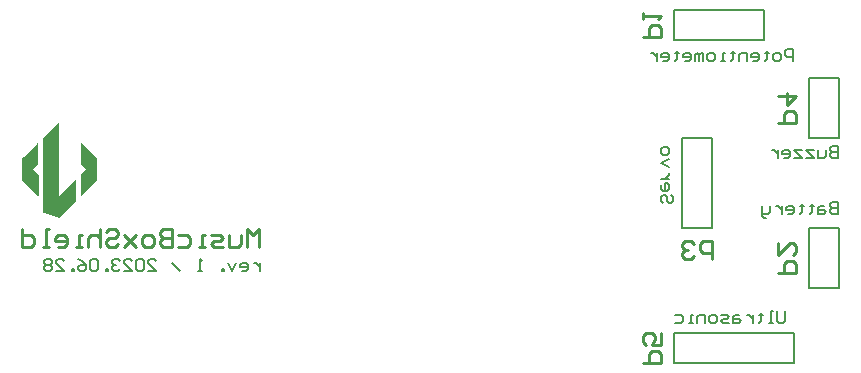
<source format=gbr>
%TF.GenerationSoftware,Altium Limited,Altium Designer,23.6.0 (18)*%
G04 Layer_Color=32896*
%FSLAX45Y45*%
%MOMM*%
%TF.SameCoordinates,BE964043-2EFE-40DF-B488-D83AE96C0F84*%
%TF.FilePolarity,Positive*%
%TF.FileFunction,Legend,Bot*%
%TF.Part,Single*%
G01*
G75*
%TA.AperFunction,NonConductor*%
%ADD24C,0.25400*%
%ADD25C,0.20000*%
%ADD27C,0.15240*%
G36*
X2282421Y2427450D02*
X2284409D01*
Y2425461D01*
X2286398D01*
Y2423473D01*
X2288386D01*
Y2421484D01*
X2290375D01*
Y2419496D01*
X2292363D01*
Y2417507D01*
X2294352D01*
Y2415519D01*
X2296340D01*
Y2413530D01*
X2298329D01*
Y2411542D01*
X2300317D01*
Y2409553D01*
X2302306D01*
Y2407565D01*
X2304294D01*
Y2405576D01*
X2306283D01*
Y2403588D01*
X2308271D01*
Y2401599D01*
X2310260D01*
Y2399611D01*
X2312248D01*
Y2397622D01*
X2314237D01*
Y2395634D01*
X2316225D01*
Y2393645D01*
X2318214D01*
Y2391657D01*
X2320203D01*
Y2389668D01*
X2322191D01*
Y2387680D01*
X2324180D01*
Y2385691D01*
X2326168D01*
Y2383703D01*
X2328157D01*
Y2381714D01*
X2330145D01*
Y2379725D01*
X2332134D01*
Y2377737D01*
X2334122D01*
Y2375748D01*
X2336111D01*
Y2373760D01*
X2338099D01*
Y2371771D01*
X2340088D01*
Y2369783D01*
X2342076D01*
Y2367794D01*
X2344065D01*
Y2365806D01*
X2346053D01*
Y2363817D01*
X2348042D01*
Y2361829D01*
X2350030D01*
Y2359840D01*
X2352019D01*
Y2357852D01*
X2354007D01*
Y2355863D01*
X2355996D01*
Y2353875D01*
X2357984D01*
Y2351886D01*
X2359973D01*
Y2349898D01*
X2361961D01*
Y2347909D01*
X2363950D01*
Y2345921D01*
X2365938D01*
Y2343932D01*
X2367927D01*
Y2341944D01*
X2369916D01*
Y2339955D01*
X2371904D01*
Y2337967D01*
X2373892D01*
Y2335978D01*
X2375881D01*
Y2333989D01*
X2377870D01*
Y2332001D01*
X2379858D01*
Y2330013D01*
X2381847D01*
Y2328024D01*
X2383835D01*
Y2326035D01*
X2385824D01*
Y2324047D01*
X2387812D01*
Y2322058D01*
X2389801D01*
Y2320070D01*
X2391789D01*
Y2318081D01*
X2393778D01*
Y2316093D01*
X2395766D01*
Y2314104D01*
X2397755D01*
Y2312116D01*
X2399743D01*
Y2310127D01*
X2401732D01*
Y2308139D01*
X2403720D01*
Y2306150D01*
X2405709D01*
Y2304162D01*
X2407697D01*
Y2302173D01*
X2411674D01*
Y2298196D01*
X2413663D01*
Y2111276D01*
X2411674D01*
Y2109287D01*
X2409686D01*
Y2107299D01*
X2407697D01*
Y2105310D01*
X2405709D01*
Y2103321D01*
X2403720D01*
Y2101333D01*
X2401732D01*
Y2099345D01*
X2399743D01*
Y2097356D01*
X2397755D01*
Y2095367D01*
X2395766D01*
Y2093379D01*
X2393778D01*
Y2091390D01*
X2391789D01*
Y2089402D01*
X2389801D01*
Y2087413D01*
X2387812D01*
Y2085425D01*
X2385824D01*
Y2083436D01*
X2383835D01*
Y2081448D01*
X2381847D01*
Y2079459D01*
X2379858D01*
Y2077471D01*
X2377870D01*
Y2075482D01*
X2375881D01*
Y2073494D01*
X2373892D01*
Y2071505D01*
X2371904D01*
Y2069517D01*
X2369916D01*
Y2067528D01*
X2367927D01*
Y2065540D01*
X2365938D01*
Y2063551D01*
X2363950D01*
Y2061563D01*
X2361961D01*
Y2059574D01*
X2359973D01*
Y2057586D01*
X2357984D01*
Y2055597D01*
X2355996D01*
Y2053609D01*
X2354007D01*
Y2051620D01*
X2352019D01*
Y2049631D01*
X2350030D01*
Y2047643D01*
X2348042D01*
Y2045655D01*
X2346053D01*
Y2043666D01*
X2344065D01*
Y2041677D01*
X2342076D01*
Y2039689D01*
X2340088D01*
Y2037701D01*
X2338099D01*
Y2035712D01*
X2336111D01*
Y2033723D01*
X2334122D01*
Y2031735D01*
X2332134D01*
Y2029746D01*
X2330145D01*
Y2027758D01*
X2328157D01*
Y2025769D01*
X2326168D01*
Y2023781D01*
X2324180D01*
Y2021792D01*
X2322191D01*
Y2019804D01*
X2320203D01*
Y2017815D01*
X2318214D01*
Y2015827D01*
X2316225D01*
Y2013838D01*
X2314237D01*
Y2011850D01*
X2312248D01*
Y2009861D01*
X2310260D01*
Y2007873D01*
X2308271D01*
Y2005884D01*
X2306283D01*
Y2003896D01*
X2304294D01*
Y2001907D01*
X2302306D01*
Y1999919D01*
X2300317D01*
Y1997930D01*
X2298329D01*
Y1995942D01*
X2296340D01*
Y1993953D01*
X2294352D01*
Y1991965D01*
X2292363D01*
Y1989976D01*
X2290375D01*
Y1987987D01*
X2288386D01*
Y1985999D01*
X2286398D01*
Y1984011D01*
X2284409D01*
Y1982022D01*
X2282421D01*
Y1980033D01*
X2276455D01*
Y2143092D01*
Y2145080D01*
Y2162977D01*
X2278444D01*
Y2164965D01*
X2280432D01*
Y2166954D01*
X2282421D01*
Y2168943D01*
X2284409D01*
Y2170931D01*
X2286398D01*
Y2172920D01*
X2288386D01*
Y2174908D01*
X2290375D01*
Y2176897D01*
X2292363D01*
Y2178885D01*
X2294352D01*
Y2180874D01*
X2296340D01*
Y2182862D01*
X2298329D01*
Y2184851D01*
X2300317D01*
Y2186839D01*
X2302306D01*
Y2188828D01*
X2304294D01*
Y2190816D01*
X2306283D01*
Y2192805D01*
X2308271D01*
Y2194793D01*
X2310260D01*
Y2196782D01*
X2312248D01*
Y2198770D01*
X2314237D01*
Y2200759D01*
X2316225D01*
Y2202747D01*
X2318214D01*
Y2204736D01*
X2320203D01*
Y2208713D01*
X2318214D01*
Y2210701D01*
X2316225D01*
Y2212690D01*
X2314237D01*
Y2214679D01*
X2312248D01*
Y2216667D01*
X2310260D01*
Y2218655D01*
X2308271D01*
Y2220644D01*
X2306283D01*
Y2222633D01*
X2304294D01*
Y2224621D01*
X2302306D01*
Y2226610D01*
X2300317D01*
Y2228598D01*
X2298329D01*
Y2230587D01*
X2296340D01*
Y2232575D01*
X2294352D01*
Y2234564D01*
X2292363D01*
Y2236552D01*
X2290375D01*
Y2238541D01*
X2288386D01*
Y2240529D01*
X2286398D01*
Y2242518D01*
X2284409D01*
Y2244506D01*
X2282421D01*
Y2246495D01*
X2280432D01*
Y2248483D01*
X2278444D01*
Y2431427D01*
X2282421D01*
Y2427450D01*
D02*
G37*
G36*
X1916533Y2248483D02*
X1914545D01*
Y2246495D01*
X1912556D01*
Y2244506D01*
X1910568D01*
Y2242518D01*
X1908579D01*
Y2240529D01*
X1906591D01*
Y2238541D01*
X1904602D01*
Y2236552D01*
X1902614D01*
Y2234564D01*
X1900625D01*
Y2232575D01*
X1898637D01*
Y2230587D01*
X1896648D01*
Y2228598D01*
X1894660D01*
Y2226610D01*
X1892671D01*
Y2224621D01*
X1890683D01*
Y2222633D01*
X1888694D01*
Y2220644D01*
X1886706D01*
Y2218655D01*
X1884717D01*
Y2216667D01*
X1882729D01*
Y2214679D01*
X1880740D01*
Y2212690D01*
X1878752D01*
Y2210701D01*
X1876763D01*
Y2208713D01*
X1874775D01*
Y2202747D01*
X1876763D01*
Y2200759D01*
X1878752D01*
Y2198770D01*
X1880740D01*
Y2196782D01*
X1882729D01*
Y2194793D01*
X1884717D01*
Y2192805D01*
X1886706D01*
Y2190816D01*
X1888694D01*
Y2188828D01*
X1890683D01*
Y2186839D01*
X1892671D01*
Y2184851D01*
X1894660D01*
Y2182862D01*
X1896648D01*
Y2180874D01*
X1898637D01*
Y2178885D01*
X1900625D01*
Y2176897D01*
X1902614D01*
Y2174908D01*
X1904602D01*
Y2172920D01*
X1906591D01*
Y2170931D01*
X1908579D01*
Y2168943D01*
X1910568D01*
Y2166954D01*
X1912556D01*
Y2164965D01*
X1916533D01*
Y2160989D01*
X1918522D01*
Y1980033D01*
X1912556D01*
Y1982022D01*
X1910568D01*
Y1984011D01*
X1908579D01*
Y1985999D01*
X1906591D01*
Y1987987D01*
X1904602D01*
Y1989976D01*
X1902614D01*
Y1991965D01*
X1900625D01*
Y1993953D01*
X1898637D01*
Y1995942D01*
X1896648D01*
Y1997930D01*
X1894660D01*
Y1999919D01*
X1892671D01*
Y2001907D01*
X1890683D01*
Y2003896D01*
X1888694D01*
Y2005884D01*
X1886706D01*
Y2007873D01*
X1884717D01*
Y2009861D01*
X1882729D01*
Y2011850D01*
X1880740D01*
Y2013838D01*
X1878752D01*
Y2015827D01*
X1876763D01*
Y2017815D01*
X1874775D01*
Y2019804D01*
X1872786D01*
Y2021792D01*
X1870797D01*
Y2023781D01*
X1868809D01*
Y2025769D01*
X1866820D01*
Y2027758D01*
X1864832D01*
Y2029746D01*
X1862843D01*
Y2031735D01*
X1860855D01*
Y2033723D01*
X1858866D01*
Y2035712D01*
X1856878D01*
Y2037701D01*
X1854889D01*
Y2039689D01*
X1852901D01*
Y2041677D01*
X1850912D01*
Y2043666D01*
X1848924D01*
Y2045655D01*
X1846935D01*
Y2047643D01*
X1844947D01*
Y2049631D01*
X1842958D01*
Y2051620D01*
X1840970D01*
Y2053609D01*
X1838981D01*
Y2055597D01*
X1836993D01*
Y2057586D01*
X1835004D01*
Y2059574D01*
X1833016D01*
Y2061563D01*
X1831027D01*
Y2063551D01*
X1829039D01*
Y2065540D01*
X1827050D01*
Y2067528D01*
X1825062D01*
Y2069517D01*
X1823073D01*
Y2071505D01*
X1821084D01*
Y2073494D01*
X1819096D01*
Y2075482D01*
X1817108D01*
Y2077471D01*
X1815119D01*
Y2079459D01*
X1813130D01*
Y2081448D01*
X1811142D01*
Y2083436D01*
X1809153D01*
Y2085425D01*
X1807165D01*
Y2087413D01*
X1805176D01*
Y2089402D01*
X1803188D01*
Y2091390D01*
X1801199D01*
Y2093379D01*
X1799211D01*
Y2095367D01*
X1797222D01*
Y2097356D01*
X1795234D01*
Y2099345D01*
X1793245D01*
Y2101333D01*
X1791257D01*
Y2103321D01*
X1789268D01*
Y2105310D01*
X1787280D01*
Y2107299D01*
X1785291D01*
Y2109287D01*
X1783303D01*
Y2111276D01*
X1781314D01*
Y2300185D01*
X1783303D01*
Y2302173D01*
X1785291D01*
Y2304162D01*
X1789268D01*
Y2308139D01*
X1791257D01*
Y2310127D01*
X1793245D01*
Y2312116D01*
X1797222D01*
Y2314104D01*
X1799211D01*
Y2316093D01*
X1801199D01*
Y2318081D01*
X1803188D01*
Y2320070D01*
X1805176D01*
Y2322058D01*
X1807165D01*
Y2324047D01*
X1809153D01*
Y2326035D01*
X1811142D01*
Y2328024D01*
X1813130D01*
Y2330013D01*
X1815119D01*
Y2332001D01*
X1817108D01*
Y2333989D01*
X1819096D01*
Y2335978D01*
X1821084D01*
Y2337967D01*
X1823073D01*
Y2339955D01*
X1825062D01*
Y2341944D01*
X1827050D01*
Y2343932D01*
X1829039D01*
Y2345921D01*
X1831027D01*
Y2347909D01*
X1833016D01*
Y2349898D01*
X1835004D01*
Y2351886D01*
X1836993D01*
Y2353875D01*
X1838981D01*
Y2355863D01*
X1840970D01*
Y2357852D01*
X1842958D01*
Y2359840D01*
X1844947D01*
Y2361829D01*
X1846935D01*
Y2363817D01*
X1848924D01*
Y2365806D01*
X1850912D01*
Y2367794D01*
X1852901D01*
Y2369783D01*
X1854889D01*
Y2371771D01*
X1856878D01*
Y2373760D01*
X1858866D01*
Y2375748D01*
X1860855D01*
Y2377737D01*
X1862843D01*
Y2379725D01*
X1864832D01*
Y2381714D01*
X1866820D01*
Y2383703D01*
X1868809D01*
Y2385691D01*
X1870797D01*
Y2387680D01*
X1872786D01*
Y2389668D01*
X1874775D01*
Y2391657D01*
X1876763D01*
Y2393645D01*
X1878752D01*
Y2395634D01*
X1880740D01*
Y2397622D01*
X1882729D01*
Y2399611D01*
X1884717D01*
Y2401599D01*
X1886706D01*
Y2403588D01*
X1888694D01*
Y2405576D01*
X1890683D01*
Y2407565D01*
X1892671D01*
Y2409553D01*
X1894660D01*
Y2411542D01*
X1896648D01*
Y2413530D01*
X1898637D01*
Y2415519D01*
X1900625D01*
Y2417507D01*
X1902614D01*
Y2419496D01*
X1904602D01*
Y2421484D01*
X1906591D01*
Y2425461D01*
X1908579D01*
Y2427450D01*
X1910568D01*
Y2429438D01*
X1912556D01*
Y2431427D01*
X1916533D01*
Y2248483D01*
D02*
G37*
G36*
X2095500Y2159000D02*
Y2157011D01*
Y1982022D01*
X2097489D01*
Y1984011D01*
X2099477D01*
Y1985999D01*
X2101465D01*
Y1987987D01*
X2103454D01*
Y1989976D01*
X2105443D01*
Y1991965D01*
X2107431D01*
Y1993953D01*
X2109420D01*
Y1995942D01*
X2111408D01*
Y1997930D01*
X2113397D01*
Y1999919D01*
X2115385D01*
Y2001907D01*
X2117374D01*
Y2003896D01*
X2119362D01*
Y2005884D01*
X2121351D01*
Y2007873D01*
X2123339D01*
Y2009861D01*
X2125328D01*
Y2011850D01*
X2127316D01*
Y2013838D01*
X2129305D01*
Y2015827D01*
X2131293D01*
Y2017815D01*
X2133282D01*
Y2019804D01*
X2135270D01*
Y2021792D01*
X2137259D01*
Y2023781D01*
X2139247D01*
Y2025769D01*
X2141236D01*
Y2027758D01*
X2143224D01*
Y2029746D01*
X2145213D01*
Y2031735D01*
X2147201D01*
Y2033723D01*
X2149190D01*
Y2035712D01*
X2151179D01*
Y2037701D01*
X2155155D01*
Y2039689D01*
X2157144D01*
Y2041677D01*
X2159133D01*
Y2043666D01*
X2161121D01*
Y2045655D01*
X2163110D01*
Y2047643D01*
X2165098D01*
Y2049631D01*
X2167087D01*
Y2051620D01*
X2169075D01*
Y2053609D01*
X2171064D01*
Y2055597D01*
X2173052D01*
Y2057586D01*
X2175041D01*
Y2059574D01*
X2177029D01*
Y2061563D01*
X2179018D01*
Y2063551D01*
X2181006D01*
Y2065540D01*
X2182995D01*
Y2067528D01*
X2184983D01*
Y2069517D01*
X2186972D01*
Y2071505D01*
X2188960D01*
Y2073494D01*
X2190949D01*
Y2075482D01*
X2192937D01*
Y2077471D01*
X2194926D01*
Y2079459D01*
X2196914D01*
Y2081448D01*
X2198903D01*
Y2083436D01*
X2200891D01*
Y2085425D01*
X2202880D01*
Y2087413D01*
X2204869D01*
Y2089402D01*
X2206857D01*
Y2091390D01*
X2208845D01*
Y2093379D01*
X2210834D01*
Y2095367D01*
X2212823D01*
Y2097356D01*
X2214811D01*
Y2099345D01*
X2216799D01*
Y2101333D01*
X2218788D01*
Y2103321D01*
X2220777D01*
Y2105310D01*
X2222765D01*
Y2107299D01*
X2224754D01*
Y2109287D01*
X2226742D01*
Y2111276D01*
X2228731D01*
Y2115253D01*
X2230719D01*
Y2117241D01*
X2236685D01*
Y1934297D01*
X2234696D01*
Y1932309D01*
X2232708D01*
Y1930320D01*
X2230719D01*
Y1928332D01*
X2226742D01*
Y1926343D01*
X2224754D01*
Y1924355D01*
X2222765D01*
Y1922366D01*
X2220777D01*
Y1920378D01*
X2218788D01*
Y1918389D01*
X2216799D01*
Y1916401D01*
X2214811D01*
Y1914412D01*
X2212823D01*
Y1912424D01*
X2210834D01*
Y1910435D01*
X2208845D01*
Y1908447D01*
X2206857D01*
Y1906458D01*
X2204869D01*
Y1904470D01*
X2202880D01*
Y1902481D01*
X2200891D01*
Y1900493D01*
X2198903D01*
Y1898504D01*
X2196914D01*
Y1896516D01*
X2194926D01*
Y1894527D01*
X2192937D01*
Y1892539D01*
X2190949D01*
Y1888562D01*
X2188960D01*
Y1886573D01*
X2186972D01*
Y1884584D01*
X2184983D01*
Y1882596D01*
X2182995D01*
Y1880608D01*
X2181006D01*
Y1878619D01*
X2179018D01*
Y1876630D01*
X2177029D01*
Y1874642D01*
X2175041D01*
Y1872653D01*
X2173052D01*
Y1870665D01*
X2171064D01*
Y1868676D01*
X2169075D01*
Y1866688D01*
X2167087D01*
Y1864699D01*
X2165098D01*
Y1862711D01*
X2163110D01*
Y1860722D01*
X2161121D01*
Y1858734D01*
X2159133D01*
Y1856745D01*
X2157144D01*
Y1854757D01*
X2155155D01*
Y1852768D01*
X2153167D01*
Y1850780D01*
X2151179D01*
Y1848791D01*
X2149190D01*
Y1846803D01*
X2147201D01*
Y1844814D01*
X2145213D01*
Y1842826D01*
X2143224D01*
Y1840837D01*
X2141236D01*
Y1838849D01*
X2139247D01*
Y1836860D01*
X2137259D01*
Y1834872D01*
X2135270D01*
Y1832883D01*
X2133282D01*
Y1830894D01*
X2131293D01*
Y1828906D01*
X2129305D01*
Y1826918D01*
X2127316D01*
Y1824929D01*
X2125328D01*
Y1822940D01*
X2123339D01*
Y1820952D01*
X2121351D01*
Y1818964D01*
X2119362D01*
Y1816975D01*
X2117374D01*
Y1814986D01*
X2115385D01*
Y1812998D01*
X2113397D01*
Y1811009D01*
X2111408D01*
Y1809021D01*
X2109420D01*
Y1807032D01*
X2107431D01*
Y1805044D01*
X2105443D01*
Y1803055D01*
X2103454D01*
Y1801067D01*
X2101465D01*
Y1799078D01*
X2099477D01*
Y1797090D01*
X2089535D01*
Y1799078D01*
X2087546D01*
Y1801067D01*
X2079592D01*
Y1803055D01*
X2073626D01*
Y1805044D01*
X2069649D01*
Y1807032D01*
X2059707D01*
Y1809021D01*
X2055730D01*
Y1811009D01*
X2047776D01*
Y1812998D01*
X2043799D01*
Y1814986D01*
X2033856D01*
Y1816975D01*
X2031867D01*
Y1818964D01*
X2021925D01*
Y1820952D01*
X2019936D01*
Y1822940D01*
X2009994D01*
Y1824929D01*
X2006017D01*
Y1826918D01*
X1998063D01*
Y1828906D01*
X1994086D01*
Y1830894D01*
X1986131D01*
Y1832883D01*
X1980166D01*
Y1834872D01*
X1976189D01*
Y1836860D01*
X1968235D01*
Y1838849D01*
X1964258D01*
Y1840837D01*
X1958292D01*
Y2099345D01*
X1960281D01*
Y2477163D01*
X1962269D01*
Y2479151D01*
X1964258D01*
Y2481140D01*
X1966246D01*
Y2483128D01*
X1968235D01*
Y2485117D01*
X1970223D01*
Y2487106D01*
X1972212D01*
Y2489094D01*
X1974201D01*
Y2491082D01*
X1976189D01*
Y2493071D01*
X1978177D01*
Y2495060D01*
X1980166D01*
Y2497048D01*
X1982155D01*
Y2499037D01*
X1984143D01*
Y2501025D01*
X1986131D01*
Y2503014D01*
X1988120D01*
Y2505002D01*
X1990109D01*
Y2506991D01*
X1992097D01*
Y2508979D01*
X1994086D01*
Y2510968D01*
X1996074D01*
Y2512956D01*
X1998063D01*
Y2514945D01*
X2000051D01*
Y2516933D01*
X2002040D01*
Y2518922D01*
X2004028D01*
Y2520910D01*
X2006017D01*
Y2522899D01*
X2008005D01*
Y2524887D01*
X2009994D01*
Y2526876D01*
X2011982D01*
Y2528864D01*
X2013971D01*
Y2530853D01*
X2015959D01*
Y2532841D01*
X2017948D01*
Y2534830D01*
X2019936D01*
Y2536818D01*
X2021925D01*
Y2538807D01*
X2023913D01*
Y2540796D01*
X2025902D01*
Y2542784D01*
X2027890D01*
Y2544772D01*
X2029879D01*
Y2546761D01*
X2031867D01*
Y2548750D01*
X2033856D01*
Y2550738D01*
X2035845D01*
Y2552726D01*
X2037833D01*
Y2554715D01*
X2039821D01*
Y2556704D01*
X2041810D01*
Y2558692D01*
X2043799D01*
Y2560681D01*
X2045787D01*
Y2562669D01*
X2047776D01*
Y2564658D01*
X2049764D01*
Y2566646D01*
X2051753D01*
Y2568635D01*
X2053741D01*
Y2570623D01*
X2055730D01*
Y2572612D01*
X2057718D01*
Y2574600D01*
X2059707D01*
Y2576589D01*
X2061695D01*
Y2578577D01*
X2063684D01*
Y2580566D01*
X2065672D01*
Y2582554D01*
X2067661D01*
Y2584543D01*
X2069649D01*
Y2586531D01*
X2071638D01*
Y2588520D01*
X2073626D01*
Y2590508D01*
X2075615D01*
Y2592497D01*
X2077603D01*
Y2594485D01*
X2079592D01*
Y2596474D01*
X2081580D01*
Y2598462D01*
X2083569D01*
Y2600451D01*
X2085557D01*
Y2602440D01*
X2087546D01*
Y2604428D01*
X2089535D01*
Y2608405D01*
X2095500D01*
Y2159000D01*
D02*
G37*
D24*
X3784600Y1549400D02*
Y1701751D01*
X3733817Y1650967D01*
X3683033Y1701751D01*
Y1549400D01*
X3632249Y1650967D02*
Y1574792D01*
X3606857Y1549400D01*
X3530682D01*
Y1650967D01*
X3479899Y1549400D02*
X3403723D01*
X3378331Y1574792D01*
X3403723Y1600183D01*
X3454507D01*
X3479899Y1625575D01*
X3454507Y1650967D01*
X3378331D01*
X3327548Y1549400D02*
X3276764D01*
X3302156D01*
Y1650967D01*
X3327548D01*
X3099022D02*
X3175197D01*
X3200589Y1625575D01*
Y1574792D01*
X3175197Y1549400D01*
X3099022D01*
X3048238Y1701751D02*
Y1549400D01*
X2972063D01*
X2946671Y1574792D01*
Y1600183D01*
X2972063Y1625575D01*
X3048238D01*
X2972063D01*
X2946671Y1650967D01*
Y1676359D01*
X2972063Y1701751D01*
X3048238D01*
X2870496Y1549400D02*
X2819712D01*
X2794320Y1574792D01*
Y1625575D01*
X2819712Y1650967D01*
X2870496D01*
X2895888Y1625575D01*
Y1574792D01*
X2870496Y1549400D01*
X2743537Y1650967D02*
X2641970Y1549400D01*
X2692753Y1600183D01*
X2641970Y1650967D01*
X2743537Y1549400D01*
X2489619Y1676359D02*
X2515011Y1701751D01*
X2565794D01*
X2591186Y1676359D01*
Y1650967D01*
X2565794Y1625575D01*
X2515011D01*
X2489619Y1600183D01*
Y1574792D01*
X2515011Y1549400D01*
X2565794D01*
X2591186Y1574792D01*
X2438835Y1701751D02*
Y1549400D01*
Y1625575D01*
X2413443Y1650967D01*
X2362660D01*
X2337268Y1625575D01*
Y1549400D01*
X2286485D02*
X2235701D01*
X2261093D01*
Y1650967D01*
X2286485D01*
X2083350Y1549400D02*
X2134134D01*
X2159526Y1574792D01*
Y1625575D01*
X2134134Y1650967D01*
X2083350D01*
X2057959Y1625575D01*
Y1600183D01*
X2159526D01*
X2007175Y1549400D02*
X1956392D01*
X1981783D01*
Y1701751D01*
X2007175D01*
X1778649D02*
Y1549400D01*
X1854824D01*
X1880216Y1574792D01*
Y1625575D01*
X1854824Y1650967D01*
X1778649D01*
X8178825Y2603541D02*
X8331175D01*
Y2679717D01*
X8305783Y2705108D01*
X8255000D01*
X8229608Y2679717D01*
Y2603541D01*
X8178825Y2832067D02*
X8331175D01*
X8255000Y2755892D01*
Y2857459D01*
X7035825Y571541D02*
X7188175D01*
Y647717D01*
X7162783Y673108D01*
X7112000D01*
X7086608Y647717D01*
Y571541D01*
X7188175Y825459D02*
Y723892D01*
X7112000D01*
X7137392Y774675D01*
Y800067D01*
X7112000Y825459D01*
X7061217D01*
X7035825Y800067D01*
Y749284D01*
X7061217Y723892D01*
X7619959Y1447825D02*
Y1600175D01*
X7543783D01*
X7518392Y1574783D01*
Y1524000D01*
X7543783Y1498608D01*
X7619959D01*
X7467608Y1574783D02*
X7442216Y1600175D01*
X7391433D01*
X7366041Y1574783D01*
Y1549392D01*
X7391433Y1524000D01*
X7416825D01*
X7391433D01*
X7366041Y1498608D01*
Y1473217D01*
X7391433Y1447825D01*
X7442216D01*
X7467608Y1473217D01*
X7035825Y3327433D02*
X7188175D01*
Y3403608D01*
X7162783Y3429000D01*
X7112000D01*
X7086608Y3403608D01*
Y3327433D01*
X7035825Y3479784D02*
Y3530567D01*
Y3505176D01*
X7188175D01*
X7162783Y3479784D01*
X8178825Y1333541D02*
X8331175D01*
Y1409717D01*
X8305783Y1435108D01*
X8255000D01*
X8229608Y1409717D01*
Y1333541D01*
X8178825Y1587459D02*
Y1485892D01*
X8280392Y1587459D01*
X8305783D01*
X8331175Y1562067D01*
Y1511284D01*
X8305783Y1485892D01*
D25*
X8699500Y2476500D02*
Y2984500D01*
X8445500Y2476500D02*
X8699500D01*
X8445500D02*
Y2984500D01*
X8699500D01*
X8318500Y571500D02*
Y825500D01*
X7302500D02*
X8318500D01*
X7302500Y571500D02*
X8318500D01*
X7302500D02*
Y825500D01*
X7366000Y2476500D02*
X7620000D01*
X7366000Y1714500D02*
Y2476500D01*
Y1714500D02*
X7620000D01*
Y2476500D01*
X7302500Y3302000D02*
Y3556000D01*
Y3302000D02*
X8064500D01*
Y3556000D01*
X7302500D02*
X8064500D01*
X8699500Y1206500D02*
Y1714500D01*
X8445500Y1206500D02*
X8699500D01*
X8445500D02*
Y1714500D01*
X8699500D01*
D27*
X3794760Y1416451D02*
Y1348740D01*
Y1382596D01*
X3777832Y1399523D01*
X3760904Y1416451D01*
X3743977D01*
X3642409Y1348740D02*
X3676265D01*
X3693193Y1365668D01*
Y1399523D01*
X3676265Y1416451D01*
X3642409D01*
X3625481Y1399523D01*
Y1382596D01*
X3693193D01*
X3591626Y1416451D02*
X3557770Y1348740D01*
X3523914Y1416451D01*
X3490058Y1348740D02*
Y1365668D01*
X3473130D01*
Y1348740D01*
X3490058D01*
X3303852D02*
X3269996D01*
X3286924D01*
Y1450307D01*
X3303852Y1433379D01*
X3117645Y1348740D02*
X3049934Y1416451D01*
X2846799Y1348740D02*
X2914511D01*
X2846799Y1416451D01*
Y1433379D01*
X2863727Y1450307D01*
X2897583D01*
X2914511Y1433379D01*
X2812943D02*
X2796015Y1450307D01*
X2762160D01*
X2745232Y1433379D01*
Y1365668D01*
X2762160Y1348740D01*
X2796015D01*
X2812943Y1365668D01*
Y1433379D01*
X2643665Y1348740D02*
X2711376D01*
X2643665Y1416451D01*
Y1433379D01*
X2660593Y1450307D01*
X2694448D01*
X2711376Y1433379D01*
X2609809D02*
X2592881Y1450307D01*
X2559025D01*
X2542098Y1433379D01*
Y1416451D01*
X2559025Y1399523D01*
X2575953D01*
X2559025D01*
X2542098Y1382596D01*
Y1365668D01*
X2559025Y1348740D01*
X2592881D01*
X2609809Y1365668D01*
X2508242Y1348740D02*
Y1365668D01*
X2491314D01*
Y1348740D01*
X2508242D01*
X2423602Y1433379D02*
X2406674Y1450307D01*
X2372819D01*
X2355891Y1433379D01*
Y1365668D01*
X2372819Y1348740D01*
X2406674D01*
X2423602Y1365668D01*
Y1433379D01*
X2254324Y1450307D02*
X2288179Y1433379D01*
X2322035Y1399523D01*
Y1365668D01*
X2305107Y1348740D01*
X2271251D01*
X2254324Y1365668D01*
Y1382596D01*
X2271251Y1399523D01*
X2322035D01*
X2220468Y1348740D02*
Y1365668D01*
X2203540D01*
Y1348740D01*
X2220468D01*
X2068117D02*
X2135828D01*
X2068117Y1416451D01*
Y1433379D01*
X2085045Y1450307D01*
X2118901D01*
X2135828Y1433379D01*
X2034261D02*
X2017333Y1450307D01*
X1983478D01*
X1966550Y1433379D01*
Y1416451D01*
X1983478Y1399523D01*
X1966550Y1382596D01*
Y1365668D01*
X1983478Y1348740D01*
X2017333D01*
X2034261Y1365668D01*
Y1382596D01*
X2017333Y1399523D01*
X2034261Y1416451D01*
Y1433379D01*
X2017333Y1399523D02*
X1983478D01*
X8684260Y1928663D02*
Y1827096D01*
X8633477D01*
X8616549Y1844023D01*
Y1860951D01*
X8633477Y1877879D01*
X8684260D01*
X8633477D01*
X8616549Y1894807D01*
Y1911735D01*
X8633477Y1928663D01*
X8684260D01*
X8565765Y1894807D02*
X8531909D01*
X8514981Y1877879D01*
Y1827096D01*
X8565765D01*
X8582693Y1844023D01*
X8565765Y1860951D01*
X8514981D01*
X8464198Y1911735D02*
Y1894807D01*
X8481126D01*
X8447270D01*
X8464198D01*
Y1844023D01*
X8447270Y1827096D01*
X8379558Y1911735D02*
Y1894807D01*
X8396486D01*
X8362630D01*
X8379558D01*
Y1844023D01*
X8362630Y1827096D01*
X8261063D02*
X8294919D01*
X8311847Y1844023D01*
Y1877879D01*
X8294919Y1894807D01*
X8261063D01*
X8244135Y1877879D01*
Y1860951D01*
X8311847D01*
X8210279Y1894807D02*
Y1827096D01*
Y1860951D01*
X8193352Y1877879D01*
X8176424Y1894807D01*
X8159496D01*
X8108712D02*
Y1844023D01*
X8091784Y1827096D01*
X8041001D01*
Y1810168D01*
X8057929Y1793240D01*
X8074857D01*
X8041001Y1827096D02*
Y1894807D01*
X8684260Y2402807D02*
Y2301240D01*
X8633477D01*
X8616549Y2318168D01*
Y2335096D01*
X8633477Y2352023D01*
X8684260D01*
X8633477D01*
X8616549Y2368951D01*
Y2385879D01*
X8633477Y2402807D01*
X8684260D01*
X8582693Y2368951D02*
Y2318168D01*
X8565765Y2301240D01*
X8514981D01*
Y2368951D01*
X8481126D02*
X8413414D01*
X8481126Y2301240D01*
X8413414D01*
X8379558Y2368951D02*
X8311847D01*
X8379558Y2301240D01*
X8311847D01*
X8227208D02*
X8261063D01*
X8277991Y2318168D01*
Y2352023D01*
X8261063Y2368951D01*
X8227208D01*
X8210280Y2352023D01*
Y2335096D01*
X8277991D01*
X8176424Y2368951D02*
Y2301240D01*
Y2335096D01*
X8159496Y2352023D01*
X8142568Y2368951D01*
X8125640D01*
X8239760Y1005807D02*
Y921168D01*
X8222832Y904240D01*
X8188977D01*
X8172049Y921168D01*
Y1005807D01*
X8138193Y904240D02*
X8104337D01*
X8121265D01*
Y1005807D01*
X8138193D01*
X8036626Y988879D02*
Y971951D01*
X8053553D01*
X8019698D01*
X8036626D01*
Y921168D01*
X8019698Y904240D01*
X7968914Y971951D02*
Y904240D01*
Y938096D01*
X7951986Y955023D01*
X7935058Y971951D01*
X7918130D01*
X7850419D02*
X7816563D01*
X7799635Y955023D01*
Y904240D01*
X7850419D01*
X7867347Y921168D01*
X7850419Y938096D01*
X7799635D01*
X7765779Y904240D02*
X7714996D01*
X7698068Y921168D01*
X7714996Y938096D01*
X7748852D01*
X7765779Y955023D01*
X7748852Y971951D01*
X7698068D01*
X7647284Y904240D02*
X7613429D01*
X7596501Y921168D01*
Y955023D01*
X7613429Y971951D01*
X7647284D01*
X7664212Y955023D01*
Y921168D01*
X7647284Y904240D01*
X7562645D02*
Y971951D01*
X7511862D01*
X7494934Y955023D01*
Y904240D01*
X7461078D02*
X7427222D01*
X7444150D01*
Y971951D01*
X7461078D01*
X7308727D02*
X7359511D01*
X7376438Y955023D01*
Y921168D01*
X7359511Y904240D01*
X7308727D01*
X7275379Y1987951D02*
X7292307Y1971023D01*
Y1937168D01*
X7275379Y1920240D01*
X7258451D01*
X7241523Y1937168D01*
Y1971023D01*
X7224596Y1987951D01*
X7207668D01*
X7190740Y1971023D01*
Y1937168D01*
X7207668Y1920240D01*
X7190740Y2072591D02*
Y2038735D01*
X7207668Y2021807D01*
X7241523D01*
X7258451Y2038735D01*
Y2072591D01*
X7241523Y2089519D01*
X7224596D01*
Y2021807D01*
X7258451Y2123374D02*
X7190740D01*
X7224596D01*
X7241523Y2140302D01*
X7258451Y2157230D01*
Y2174158D01*
Y2224942D02*
X7190740Y2258797D01*
X7258451Y2292653D01*
X7190740Y2343437D02*
Y2377292D01*
X7207668Y2394220D01*
X7241523D01*
X7258451Y2377292D01*
Y2343437D01*
X7241523Y2326509D01*
X7207668D01*
X7190740Y2343437D01*
X8303260Y3126740D02*
Y3228307D01*
X8252477D01*
X8235549Y3211379D01*
Y3177523D01*
X8252477Y3160596D01*
X8303260D01*
X8184765Y3126740D02*
X8150909D01*
X8133981Y3143668D01*
Y3177523D01*
X8150909Y3194451D01*
X8184765D01*
X8201693Y3177523D01*
Y3143668D01*
X8184765Y3126740D01*
X8083198Y3211379D02*
Y3194451D01*
X8100126D01*
X8066270D01*
X8083198D01*
Y3143668D01*
X8066270Y3126740D01*
X7964703D02*
X7998558D01*
X8015486Y3143668D01*
Y3177523D01*
X7998558Y3194451D01*
X7964703D01*
X7947775Y3177523D01*
Y3160596D01*
X8015486D01*
X7913919Y3126740D02*
Y3194451D01*
X7863135D01*
X7846208Y3177523D01*
Y3126740D01*
X7795424Y3211379D02*
Y3194451D01*
X7812352D01*
X7778496D01*
X7795424D01*
Y3143668D01*
X7778496Y3126740D01*
X7727712D02*
X7693857D01*
X7710784D01*
Y3194451D01*
X7727712D01*
X7626145Y3126740D02*
X7592289D01*
X7575362Y3143668D01*
Y3177523D01*
X7592289Y3194451D01*
X7626145D01*
X7643073Y3177523D01*
Y3143668D01*
X7626145Y3126740D01*
X7541506D02*
Y3194451D01*
X7524578D01*
X7507650Y3177523D01*
Y3126740D01*
Y3177523D01*
X7490722Y3194451D01*
X7473794Y3177523D01*
Y3126740D01*
X7389155D02*
X7423011D01*
X7439938Y3143668D01*
Y3177523D01*
X7423011Y3194451D01*
X7389155D01*
X7372227Y3177523D01*
Y3160596D01*
X7439938D01*
X7321443Y3211379D02*
Y3194451D01*
X7338371D01*
X7304515D01*
X7321443D01*
Y3143668D01*
X7304515Y3126740D01*
X7202948D02*
X7236804D01*
X7253732Y3143668D01*
Y3177523D01*
X7236804Y3194451D01*
X7202948D01*
X7186020Y3177523D01*
Y3160596D01*
X7253732D01*
X7152165Y3194451D02*
Y3126740D01*
Y3160596D01*
X7135237Y3177523D01*
X7118309Y3194451D01*
X7101381D01*
%TF.MD5,320cc3124ebfa773c333191d6d8c6776*%
M02*

</source>
